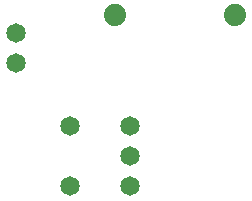
<source format=gbl>
G04 Layer: BottomLayer*
G04 EasyEDA v6.5.44, 2024-08-04 20:28:30*
G04 8295df91b2f84a2d9169b475f636a574,b0d0efe6ac584fe99c24f131b36d675a,10*
G04 Gerber Generator version 0.2*
G04 Scale: 100 percent, Rotated: No, Reflected: No *
G04 Dimensions in millimeters *
G04 leading zeros omitted , absolute positions ,4 integer and 5 decimal *
%FSLAX45Y45*%
%MOMM*%

%ADD10C,1.6510*%
%ADD11C,1.8796*%
%ADD12C,1.6500*%

%LPD*%
D10*
G01*
X1231900Y4241800D03*
G01*
X1231900Y4495800D03*
D11*
G01*
X3086100Y4648200D03*
G01*
X2070100Y4648200D03*
D12*
G01*
X2197100Y3200400D03*
G01*
X2197100Y3454400D03*
G01*
X2197100Y3708400D03*
G01*
X1689100Y3708400D03*
G01*
X1689100Y3200400D03*
M02*

</source>
